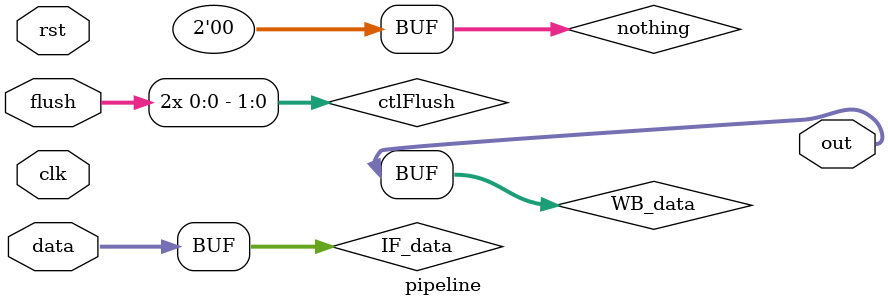
<source format=v>
module mux_1(x,y,sel,z);

    input x,y,sel;
    output z;
    
    assign z = x&(~sel) | y&sel;

endmodule
module dff(data, clk, reset, q);
    
    input data, clk, reset;
    output q;
    
    reg q;
    
    always @ (posedge clk)
    if (~reset) begin
        q <= 1'b0;
    end
    else begin
        q <= data;
    end

endmodule

module register1(inData, clk, writeEnable, reset, outData);
    
    input inData, clk, writeEnable,reset;
    output outData;
    
    wire ffOut;
    wire muxOut;
    
    mux_1 CHECK_WRITE(ffOut, inData, writeEnable, muxOut);
    dff STORE_DATA(muxOut, clk, reset, ffOut);
    assign outData = ffOut;
endmodule

module pipeRegister1(inData, clk, flush, reset, outData);
    
    input inData,clk,flush,reset;
    output outData;
    
    wire zero,one;
    assign zero = 1'b0;
    assign one = 1'b1;
    
    wire outReg;
    register1 REG1 (
            .inData(inData),
            .clk(clk),
            .reset(reset),
            .writeEnable(one),
            .outData(outReg)
    );
    
    // now NAND it  (if flush=0, outreg=outData, if flush=1, outData = 0)
    assign outData = outReg & (~flush);
    
endmodule

module pipeRegister32(inData, clk,flush, reset,outData);
    parameter width=32;
    input [0:width-1] inData;
    input clk,flush,reset;
    output [0:width-1] outData;
    
    genvar i;
    generate
        for (i=0; i<width; i=i+1) begin: REG_NBIT
            pipeRegister1 PIPEREG1 (
                .inData(inData[i]),
                .clk(clk),
                .flush(flush),
                .reset(reset),
                .outData(outData[i])
                );
        end
    endgenerate
endmodule

module pipeline(data,clk,rst,flush,out);
   parameter width = 32, init = 0;
    input clk,rst;
    input flush; //sets the flush to be on on the flushid register
    input [0:width-1] data; //data in and data out
    
    output [0:width-1] out;
    
    //now create 4 of these and wire them from one to the other
    wire [0:width-1] IF_data,ID_data,EX_data,MEM_data,WB_data;

    // wire IFID_flush,IDEX_flush,EXMEM_flush,MEMWB_flush;
    wire [0:1] ctlFlush;
    assign ctlFlush = {flush,flush};
    wire [0:1] nothing;
    assign nothing = 2'b00;

    assign IF_data = data;
    // I think I don't need flush id since I only flush one 
    pipeRegister32 IFID_REG(
    	.clk(clk),
    	.inData(IF_data),
    	.reset(reset),
    	.flush(ctlFlush),
    	.outData(ID_data)
    	);

    pipeRegister32 IDEX_REG(
    	.clk(clk),
    	.inData(ID_data),
    	.reset(reset),
    	.flush(ctlFlush),
    	.outData(EX_data)
    	);

    pipeRegister32 EXMEM_REG(
    	.clk(clk),
    	.in(data),
    	.rst(rst),
    	.ctl(nothing),
    	.out(MEM_data)
    	);

    pipeRegister32 MEMWB_REG(
    	.clk(clk),
    	.in(data),
    	.rst(rst),
    	.ctl(nothing),
    	.out(WB_data)
    	);
    
	assign out = WB_data;   
    
endmodule

    



</source>
